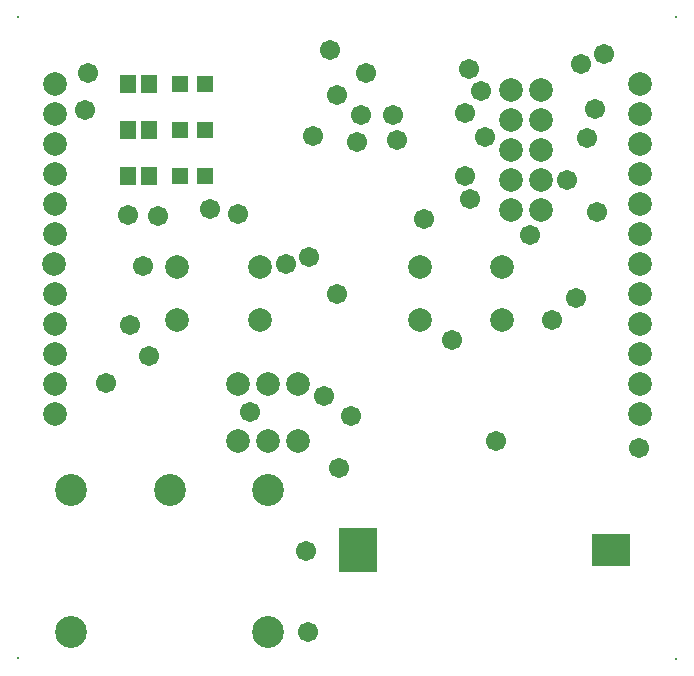
<source format=gbs>
G04*
G04 #@! TF.GenerationSoftware,Altium Limited,Altium Designer,19.1.9 (167)*
G04*
G04 Layer_Color=16711935*
%FSLAX44Y44*%
%MOMM*%
G71*
G01*
G75*
%ADD14R,1.3532X1.5532*%
%ADD15C,2.7032*%
%ADD16C,2.0032*%
%ADD17C,0.2032*%
%ADD18C,1.7032*%
%ADD33R,3.2032X2.8032*%
%ADD34R,3.2032X3.8032*%
%ADD35R,1.4032X1.4032*%
D14*
X111000Y447500D02*
D03*
X93500Y447500D02*
D03*
X111000Y486500D02*
D03*
X93500Y486500D02*
D03*
X111000Y408500D02*
D03*
X93500Y408500D02*
D03*
D15*
X212250Y142500D02*
D03*
X128500D02*
D03*
X44750D02*
D03*
Y22500D02*
D03*
X212250D02*
D03*
D16*
X417600Y379200D02*
D03*
X443000Y379200D02*
D03*
X417600Y404600D02*
D03*
X443000Y404600D02*
D03*
Y480800D02*
D03*
X443000Y430000D02*
D03*
X443000Y455400D02*
D03*
X417600D02*
D03*
Y430000D02*
D03*
X417600Y480800D02*
D03*
X212250Y183750D02*
D03*
X237650Y183750D02*
D03*
X186850D02*
D03*
X212250Y232500D02*
D03*
X186850Y232500D02*
D03*
X237650Y232500D02*
D03*
X134750Y331500D02*
D03*
X134750Y286500D02*
D03*
X204750D02*
D03*
Y331500D02*
D03*
X410250Y286500D02*
D03*
X410250Y331500D02*
D03*
X340250Y331500D02*
D03*
Y286500D02*
D03*
X526480Y206490D02*
D03*
X526480Y231890D02*
D03*
Y257290D02*
D03*
X526480Y333490D02*
D03*
X526480Y308090D02*
D03*
X526480Y282690D02*
D03*
X526980Y358840D02*
D03*
X526480Y434990D02*
D03*
X526480Y409590D02*
D03*
X526480Y384190D02*
D03*
Y460390D02*
D03*
Y485790D02*
D03*
X31570Y485740D02*
D03*
Y460340D02*
D03*
Y434940D02*
D03*
X31570Y358740D02*
D03*
X31570Y384140D02*
D03*
X31570Y409540D02*
D03*
X31070Y333390D02*
D03*
X31570Y257240D02*
D03*
X31570Y282640D02*
D03*
X31570Y308040D02*
D03*
Y231840D02*
D03*
X31570Y206440D02*
D03*
D17*
X557250Y-500D02*
D03*
X557500Y542500D02*
D03*
X0D02*
D03*
Y0D02*
D03*
D18*
X344250Y371500D02*
D03*
X245750Y22500D02*
D03*
X74749Y232999D02*
D03*
X271750Y161000D02*
D03*
X525750Y178000D02*
D03*
X243750Y91000D02*
D03*
X56750Y464000D02*
D03*
X473000Y305250D02*
D03*
X490801Y377293D02*
D03*
X477301Y503299D02*
D03*
X496750Y511500D02*
D03*
X404750Y184000D02*
D03*
X367545Y269537D02*
D03*
X281750Y204750D02*
D03*
X452500Y286250D02*
D03*
X433798Y358292D02*
D03*
X259500Y222250D02*
D03*
X270500Y308250D02*
D03*
X270040Y477047D02*
D03*
X291042Y460047D02*
D03*
X287041Y436796D02*
D03*
X321250Y438250D02*
D03*
X317906Y460250D02*
D03*
X383046Y388293D02*
D03*
X379000Y461750D02*
D03*
X378750Y408500D02*
D03*
X395500Y441500D02*
D03*
X392250Y480000D02*
D03*
X382107Y498790D02*
D03*
X246748Y339998D02*
D03*
X118750Y374000D02*
D03*
X226748Y333998D02*
D03*
X186750Y376000D02*
D03*
X294750Y495000D02*
D03*
X250250Y442250D02*
D03*
X264750Y515000D02*
D03*
X162750Y380000D02*
D03*
X464750Y405000D02*
D03*
X482250Y440000D02*
D03*
X488750Y465000D02*
D03*
X59750Y495000D02*
D03*
X94750Y282000D02*
D03*
X93750Y375000D02*
D03*
X105750Y332000D02*
D03*
X110750Y256000D02*
D03*
X196750Y208000D02*
D03*
D33*
X502000Y91250D02*
D03*
D34*
X288000Y91250D02*
D03*
D35*
X158250Y486500D02*
D03*
X137250D02*
D03*
X158250Y447500D02*
D03*
X137250D02*
D03*
X158250Y408500D02*
D03*
X137250D02*
D03*
M02*

</source>
